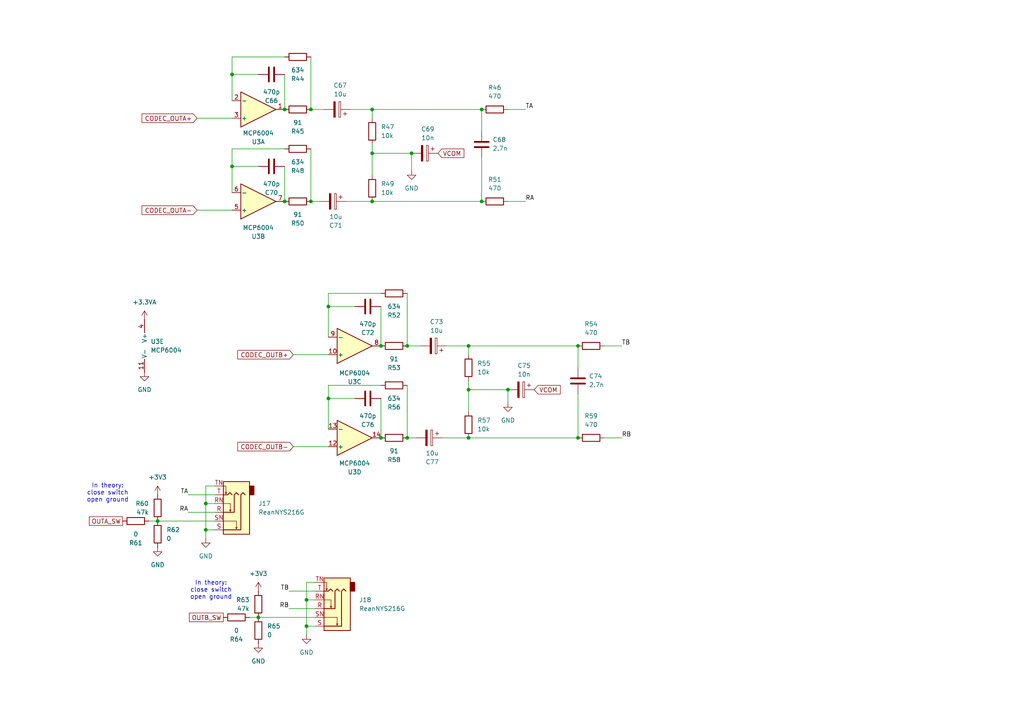
<source format=kicad_sch>
(kicad_sch (version 20250114) (generator "eeschema") (generator_version "9.0")
  (paper "A4")
  (lib_symbols
    (symbol "+3V3_1" (power) (pin_numbers (hide yes)) (pin_names (offset 0) (hide yes))
      (property "Value" "+3V3" (at 0 3.556 0))
      (symbol "+3V3_1_0_1"
        (polyline (pts (xy -0.762 1.27) (xy 0 2.54)))
        (polyline (pts (xy 0 2.54) (xy 0.762 1.27)))
        (polyline (pts (xy 0 0) (xy 0 2.54)))
      )
      (symbol "+3V3_1_1_1"
        (pin power_in line (at 0 0 90) (length 0) (name "~") (number "1"))
      )
    )
    (symbol "Amplifier_Operational:MCP6004" (pin_names (offset 0.127))
      (property "Reference" "U" (at 0 5.08 0))
      (property "Value" "MCP6004" (at 0 -5.08 0))
      (symbol "MCP6004_1_1"
        (polyline (pts (xy -5.08 5.08) (xy 5.08 0) (xy -5.08 -5.08) (xy -5.08 5.08)) (stroke (width 0.254)) (fill (type background)))
        (pin input line (at -7.62 2.54 0) (length 2.54) (name "+") (number "3"))
        (pin input line (at -7.62 -2.54 0) (length 2.54) (name "-") (number "2"))
        (pin output line (at 7.62 0 180) (length 2.54) (name "~") (number "1"))
      )
      (symbol "MCP6004_2_1"
        (polyline (pts (xy -5.08 5.08) (xy 5.08 0) (xy -5.08 -5.08) (xy -5.08 5.08)) (stroke (width 0.254)) (fill (type background)))
        (pin input line (at -7.62 2.54 0) (length 2.54) (name "+") (number "5"))
        (pin input line (at -7.62 -2.54 0) (length 2.54) (name "-") (number "6"))
        (pin output line (at 7.62 0 180) (length 2.54) (name "~") (number "7"))
      )
      (symbol "MCP6004_3_1"
        (polyline (pts (xy -5.08 5.08) (xy 5.08 0) (xy -5.08 -5.08) (xy -5.08 5.08)) (stroke (width 0.254)) (fill (type background)))
        (pin input line (at -7.62 2.54 0) (length 2.54) (name "+") (number "10"))
        (pin input line (at -7.62 -2.54 0) (length 2.54) (name "-") (number "9"))
        (pin output line (at 7.62 0 180) (length 2.54) (name "~") (number "8"))
      )
      (symbol "MCP6004_4_1"
        (polyline (pts (xy -5.08 5.08) (xy 5.08 0) (xy -5.08 -5.08) (xy -5.08 5.08)) (stroke (width 0.254)) (fill (type background)))
        (pin input line (at -7.62 2.54 0) (length 2.54) (name "+") (number "12"))
        (pin input line (at -7.62 -2.54 0) (length 2.54) (name "-") (number "13"))
        (pin output line (at 7.62 0 180) (length 2.54) (name "~") (number "14"))
      )
      (symbol "MCP6004_5_1"
        (pin power_in line (at -2.54 7.62 270) (length 3.81) (name "V+") (number "4"))
        (pin power_in line (at -2.54 -7.62 90) (length 3.81) (name "V-") (number "11"))
      )
    )
    (symbol "Connector_Audio:AudioJack3_Switch"
      (property "Reference" "J" (at 0 11.43 0))
      (property "Value" "AudioJack3_Switch" (at 0 8.89 0))
      (symbol "AudioJack3_Switch_0_1"
        (rectangle (start -5.08 -5.08) (end -6.35 -7.62) (stroke (width 0.254)) (fill (type outline)))
        (polyline (pts (xy -1.905 -5.08) (xy -1.27 -5.715) (xy -0.635 -5.08) (xy -0.635 0) (xy 2.54 0)) (stroke (width 0.254)))
        (polyline (pts (xy -1.27 4.826) (xy -1.016 4.318)))
        (polyline (pts (xy 0 -5.08) (xy 0.635 -5.715) (xy 1.27 -5.08) (xy 2.54 -5.08)) (stroke (width 0.254)))
        (polyline (pts (xy 0.508 -0.254) (xy 0.762 -0.762)))
        (polyline (pts (xy 1.778 -5.334) (xy 2.032 -5.842)))
        (rectangle (start 2.54 6.35) (end -5.08 -8.89) (stroke (width 0.254)) (fill (type background)))
        (polyline (pts (xy 2.54 5.08) (xy -2.54 5.08) (xy -2.54 -5.08) (xy -3.175 -5.715) (xy -3.81 -5.08)) (stroke (width 0.254)))
        (polyline (pts (xy 2.54 2.54) (xy -1.27 2.54) (xy -1.27 4.826) (xy -1.524 4.318)))
        (polyline (pts (xy 2.54 -2.54) (xy 0.508 -2.54) (xy 0.508 -0.254) (xy 0.254 -0.762)))
        (polyline (pts (xy 2.54 -7.62) (xy 1.778 -7.62) (xy 1.778 -5.334) (xy 1.524 -5.842)))
      )
      (symbol "AudioJack3_Switch_1_1"
        (pin passive line (at 5.08 5.08 180) (length 2.54) (name "~") (number "S"))
        (pin passive line (at 5.08 2.54 180) (length 2.54) (name "~") (number "SN"))
        (pin passive line (at 5.08 0 180) (length 2.54) (name "~") (number "R"))
        (pin passive line (at 5.08 -2.54 180) (length 2.54) (name "~") (number "RN"))
        (pin passive line (at 5.08 -5.08 180) (length 2.54) (name "~") (number "T"))
        (pin passive line (at 5.08 -7.62 180) (length 2.54) (name "~") (number "TN"))
      )
    )
    (symbol "Device:C" (pin_numbers (hide yes)) (pin_names (offset 0.254))
      (property "Reference" "C" (at 0.635 2.54 0))
      (property "Value" "C" (at 0.635 -2.54 0))
      (symbol "C_0_1"
        (polyline (pts (xy -2.032 0.762) (xy 2.032 0.762)) (stroke (width 0.508)))
        (polyline (pts (xy -2.032 -0.762) (xy 2.032 -0.762)) (stroke (width 0.508)))
      )
      (symbol "C_1_1"
        (pin passive line (at 0 3.81 270) (length 2.794) (name "~") (number "1"))
        (pin passive line (at 0 -3.81 90) (length 2.794) (name "~") (number "2"))
      )
    )
    (symbol "Device:C_Polarized" (pin_numbers (hide yes)) (pin_names (offset 0.254))
      (property "Reference" "C" (at 0.635 2.54 0))
      (property "Value" "C_Polarized" (at 0.635 -2.54 0))
      (symbol "C_Polarized_0_1"
        (rectangle (start -2.286 0.508) (end 2.286 1.016))
        (polyline (pts (xy -1.778 2.286) (xy -0.762 2.286)))
        (polyline (pts (xy -1.27 2.794) (xy -1.27 1.778)))
        (rectangle (start 2.286 -0.508) (end -2.286 -1.016) (fill (type outline)))
      )
      (symbol "C_Polarized_1_1"
        (pin passive line (at 0 3.81 270) (length 2.794) (name "~") (number "1"))
        (pin passive line (at 0 -3.81 90) (length 2.794) (name "~") (number "2"))
      )
    )
    (symbol "Device:R" (pin_numbers (hide yes)) (pin_names (offset 0))
      (property "Reference" "R" (at 2.032 0 90))
      (property "Value" "R" (at 0 0 90))
      (symbol "R_0_1"
        (rectangle (start -1.016 -2.54) (end 1.016 2.54) (stroke (width 0.254)))
      )
      (symbol "R_1_1"
        (pin passive line (at 0 3.81 270) (length 1.27) (name "~") (number "1"))
        (pin passive line (at 0 -3.81 90) (length 1.27) (name "~") (number "2"))
      )
    )
    (symbol "GND_1" (power) (pin_numbers (hide yes)) (pin_names (offset 0) (hide yes))
      (property "Value" "GND" (at 0 -3.81 0))
      (symbol "GND_1_0_1"
        (polyline (pts (xy 0 0) (xy 0 -1.27) (xy 1.27 -1.27) (xy 0 -2.54) (xy -1.27 -1.27) (xy 0 -1.27)))
      )
      (symbol "GND_1_1_1"
        (pin power_in line (at 0 0 270) (length 0) (name "~") (number "1"))
      )
    )
    (symbol "power:+3.3VA" (power) (pin_numbers (hide yes)) (pin_names (offset 0) (hide yes))
      (property "Value" "+3.3VA" (at 0 3.556 0))
      (symbol "+3.3VA_0_1"
        (polyline (pts (xy -0.762 1.27) (xy 0 2.54)))
        (polyline (pts (xy 0 2.54) (xy 0.762 1.27)))
        (polyline (pts (xy 0 0) (xy 0 2.54)))
      )
      (symbol "+3.3VA_1_1"
        (pin power_in line (at 0 0 90) (length 0) (name "~") (number "1"))
      )
    )
  )
  (text "In theory:\nclose switch\nopen ground" (at 61.214 171.196 0) (effects (font (size 1.27 1.27))))
  (text "In theory:\nclose switch\nopen ground" (at 31.242 143.002 0) (effects (font (size 1.27 1.27))))
  (junction (at 82.55 31.75))
  (junction (at 74.93 179.07))
  (junction (at 135.89 100.33))
  (junction (at 88.9 173.99))
  (junction (at 107.95 31.75))
  (junction (at 139.7 58.42))
  (junction (at 107.95 58.42))
  (junction (at 67.31 21.59))
  (junction (at 119.38 44.45))
  (junction (at 167.64 100.33))
  (junction (at 95.25 115.57))
  (junction (at 107.95 44.45))
  (junction (at 90.17 58.42))
  (junction (at 110.49 100.33))
  (junction (at 167.64 127))
  (junction (at 45.72 151.13))
  (junction (at 90.17 31.75))
  (junction (at 82.55 58.42))
  (junction (at 147.32 113.03))
  (junction (at 118.11 100.33))
  (junction (at 88.9 181.61))
  (junction (at 67.31 48.26))
  (junction (at 135.89 127))
  (junction (at 95.25 88.9))
  (junction (at 135.89 113.03))
  (junction (at 118.11 127))
  (junction (at 110.49 127))
  (junction (at 59.69 146.05))
  (junction (at 59.69 153.67))
  (junction (at 139.7 31.75))
  (wire (pts (xy 110.49 88.9) (xy 110.49 100.33)))
  (wire (pts (xy 88.9 181.61) (xy 91.44 181.61)))
  (wire (pts (xy 59.69 153.67) (xy 62.23 153.67)))
  (wire (pts (xy 59.69 156.21) (xy 59.69 153.67)))
  (wire (pts (xy 129.54 100.33) (xy 135.89 100.33)))
  (wire (pts (xy 74.93 179.07) (xy 72.39 179.07)))
  (wire (pts (xy 54.61 143.51) (xy 62.23 143.51)))
  (wire (pts (xy 95.25 88.9) (xy 95.25 97.79)))
  (wire (pts (xy 147.32 31.75) (xy 152.4 31.75)))
  (wire (pts (xy 59.69 140.97) (xy 59.69 146.05)))
  (wire (pts (xy 85.09 102.87) (xy 95.25 102.87)))
  (wire (pts (xy 85.09 129.54) (xy 95.25 129.54)))
  (wire (pts (xy 67.31 21.59) (xy 74.93 21.59)))
  (wire (pts (xy 82.55 21.59) (xy 82.55 31.75)))
  (wire (pts (xy 90.17 58.42) (xy 92.71 58.42)))
  (wire (pts (xy 82.55 43.18) (xy 67.31 43.18)))
  (wire (pts (xy 135.89 113.03) (xy 135.89 119.38)))
  (wire (pts (xy 135.89 100.33) (xy 167.64 100.33)))
  (wire (pts (xy 74.93 48.26) (xy 67.31 48.26)))
  (wire (pts (xy 67.31 16.51) (xy 67.31 21.59)))
  (wire (pts (xy 128.27 127) (xy 135.89 127)))
  (wire (pts (xy 67.31 48.26) (xy 67.31 55.88)))
  (wire (pts (xy 57.15 60.96) (xy 67.31 60.96)))
  (wire (pts (xy 107.95 44.45) (xy 107.95 41.91)))
  (wire (pts (xy 88.9 173.99) (xy 88.9 181.61)))
  (wire (pts (xy 147.32 58.42) (xy 152.4 58.42)))
  (wire (pts (xy 95.25 115.57) (xy 95.25 124.46)))
  (wire (pts (xy 107.95 44.45) (xy 119.38 44.45)))
  (wire (pts (xy 135.89 113.03) (xy 147.32 113.03)))
  (wire (pts (xy 91.44 168.91) (xy 88.9 168.91)))
  (wire (pts (xy 83.82 176.53) (xy 91.44 176.53)))
  (wire (pts (xy 107.95 31.75) (xy 139.7 31.75)))
  (wire (pts (xy 110.49 115.57) (xy 110.49 127)))
  (wire (pts (xy 45.72 151.13) (xy 62.23 151.13)))
  (wire (pts (xy 59.69 146.05) (xy 59.69 153.67)))
  (wire (pts (xy 83.82 171.45) (xy 91.44 171.45)))
  (wire (pts (xy 139.7 45.72) (xy 139.7 58.42)))
  (wire (pts (xy 102.87 115.57) (xy 95.25 115.57)))
  (wire (pts (xy 118.11 100.33) (xy 121.92 100.33)))
  (wire (pts (xy 90.17 16.51) (xy 90.17 31.75)))
  (wire (pts (xy 118.11 127) (xy 120.65 127)))
  (wire (pts (xy 110.49 111.76) (xy 95.25 111.76)))
  (wire (pts (xy 135.89 100.33) (xy 135.89 102.87)))
  (wire (pts (xy 59.69 146.05) (xy 62.23 146.05)))
  (wire (pts (xy 82.55 48.26) (xy 82.55 58.42)))
  (wire (pts (xy 118.11 85.09) (xy 118.11 100.33)))
  (wire (pts (xy 101.6 31.75) (xy 107.95 31.75)))
  (wire (pts (xy 119.38 49.53) (xy 119.38 44.45)))
  (wire (pts (xy 147.32 116.84) (xy 147.32 113.03)))
  (wire (pts (xy 135.89 113.03) (xy 135.89 110.49)))
  (wire (pts (xy 175.26 127) (xy 180.34 127)))
  (wire (pts (xy 100.33 58.42) (xy 107.95 58.42)))
  (wire (pts (xy 90.17 58.42) (xy 90.17 43.18)))
  (wire (pts (xy 54.61 148.59) (xy 62.23 148.59)))
  (wire (pts (xy 167.64 114.3) (xy 167.64 127)))
  (wire (pts (xy 107.95 31.75) (xy 107.95 34.29)))
  (wire (pts (xy 88.9 184.15) (xy 88.9 181.61)))
  (wire (pts (xy 88.9 173.99) (xy 91.44 173.99)))
  (wire (pts (xy 167.64 100.33) (xy 167.64 106.68)))
  (wire (pts (xy 67.31 21.59) (xy 67.31 29.21)))
  (wire (pts (xy 82.55 16.51) (xy 67.31 16.51)))
  (wire (pts (xy 62.23 140.97) (xy 59.69 140.97)))
  (wire (pts (xy 107.95 44.45) (xy 107.95 50.8)))
  (wire (pts (xy 118.11 127) (xy 118.11 111.76)))
  (wire (pts (xy 110.49 85.09) (xy 95.25 85.09)))
  (wire (pts (xy 175.26 100.33) (xy 180.34 100.33)))
  (wire (pts (xy 57.15 34.29) (xy 67.31 34.29)))
  (wire (pts (xy 135.89 127) (xy 167.64 127)))
  (wire (pts (xy 95.25 85.09) (xy 95.25 88.9)))
  (wire (pts (xy 45.72 151.13) (xy 43.18 151.13)))
  (wire (pts (xy 107.95 58.42) (xy 139.7 58.42)))
  (wire (pts (xy 67.31 43.18) (xy 67.31 48.26)))
  (wire (pts (xy 95.25 111.76) (xy 95.25 115.57)))
  (wire (pts (xy 95.25 88.9) (xy 102.87 88.9)))
  (wire (pts (xy 74.93 179.07) (xy 91.44 179.07)))
  (wire (pts (xy 88.9 168.91) (xy 88.9 173.99)))
  (wire (pts (xy 139.7 38.1) (xy 139.7 31.75)))
  (wire (pts (xy 90.17 31.75) (xy 93.98 31.75)))
  (label "RA" (at 152.4 58.42 0))
  (label "TB" (at 180.34 100.33 0))
  (label "TA" (at 152.4 31.75 0))
  (label "RB" (at 83.82 176.53 180))
  (label "TA" (at 54.61 143.51 180))
  (label "RB" (at 180.34 127 0))
  (label "TB" (at 83.82 171.45 180))
  (label "RA" (at 54.61 148.59 180))
  (global_label "CODEC_OUTA-" (shape input) (at 57.15 60.96 180) (property "Intersheetrefs" "${INTERSHEET_REFS}" (effects (hide yes))))
  (global_label "CODEC_OUTB+" (shape input) (at 85.09 102.87 180) (property "Intersheetrefs" "${INTERSHEET_REFS}" (effects (hide yes))))
  (global_label "CODEC_OUTB-" (shape input) (at 85.09 129.54 180) (property "Intersheetrefs" "${INTERSHEET_REFS}" (effects (hide yes))))
  (global_label "VCOM" (shape input) (at 154.94 113.03 0) (property "Intersheetrefs" "${INTERSHEET_REFS}" (effects (hide yes))))
  (global_label "OUTA_SW" (shape passive) (at 35.56 151.13 180) (property "Intersheetrefs" "${INTERSHEET_REFS}" (effects (hide yes))))
  (global_label "CODEC_OUTA+" (shape input) (at 57.15 34.29 180) (property "Intersheetrefs" "${INTERSHEET_REFS}" (effects (hide yes))))
  (global_label "VCOM" (shape input) (at 127 44.45 0) (property "Intersheetrefs" "${INTERSHEET_REFS}" (effects (hide yes))))
  (global_label "OUTB_SW" (shape passive) (at 64.77 179.07 180) (property "Intersheetrefs" "${INTERSHEET_REFS}" (effects (hide yes))))
  (symbol (lib_id "Device:C_Polarized") (at 97.79 31.75 270) (mirror x) (unit 1)
    (property "Reference" "C67" (at 98.679 24.765 90))
    (property "Value" "10u" (at 98.679 27.305 90))
    (property "Footprint" "Capacitor_SMD:C_0805_2012Metric_Pad1.18x1.45mm_HandSolder" (effects (hide yes)))
  )
  (symbol (lib_id "Device:C") (at 167.64 110.49 0) (unit 1)
    (property "Reference" "C74" (at 170.815 109.093 0) (effects (justify left)))
    (property "Value" "2.7n" (at 170.815 111.633 0) (effects (justify left)))
    (property "Footprint" "Capacitor_SMD:C_0603_1608Metric_Pad1.08x0.95mm_HandSolder" (effects (hide yes)))
  )
  (symbol (lib_id "Connector_Audio:AudioJack3_Switch") (at 96.52 176.53 180) (unit 1)
    (property "Reference" "J18" (at 104.14 173.9899 0) (effects (justify right)))
    (property "Value" "ReanNYS216G" (at 104.14 176.5299 0) (effects (justify right)))
    (property "Footprint" "library:NYS-216G" (effects (hide yes)))
  )
  (symbol (lib_id "Device:R") (at 86.36 58.42 90) (mirror x) (unit 1)
    (property "Reference" "R50" (at 86.36 64.77 90))
    (property "Value" "91" (at 86.36 62.23 90))
    (property "Footprint" "Resistor_SMD:R_0603_1608Metric_Pad0.98x0.95mm_HandSolder" (effects (hide yes)))
  )
  (symbol (lib_id "Device:C") (at 106.68 88.9 270) (mirror x) (unit 1)
    (property "Reference" "C72" (at 106.68 96.52 90))
    (property "Value" "470p" (at 106.68 93.98 90))
    (property "Footprint" "Capacitor_SMD:C_0603_1608Metric_Pad1.08x0.95mm_HandSolder" (effects (hide yes)))
  )
  (symbol (lib_id "Device:C_Polarized") (at 123.19 44.45 270) (unit 1)
    (property "Reference" "C69" (at 124.079 37.465 90))
    (property "Value" "10n" (at 124.079 40.005 90))
    (property "Footprint" "Capacitor_SMD:C_0603_1608Metric_Pad1.08x0.95mm_HandSolder" (effects (hide yes)))
  )
  (symbol (lib_id "Device:R") (at 143.51 58.42 90) (unit 1)
    (property "Reference" "R51" (at 143.51 52.07 90))
    (property "Value" "470" (at 143.51 54.61 90))
    (property "Footprint" "Resistor_SMD:R_0603_1608Metric_Pad0.98x0.95mm_HandSolder" (effects (hide yes)))
  )
  (symbol (lib_id "Device:C") (at 106.68 115.57 270) (mirror x) (unit 1)
    (property "Reference" "C76" (at 106.68 123.19 90))
    (property "Value" "470p" (at 106.68 120.65 90))
    (property "Footprint" "Capacitor_SMD:C_0603_1608Metric_Pad1.08x0.95mm_HandSolder" (effects (hide yes)))
  )
  (symbol (lib_id "Device:R") (at 107.95 38.1 0) (unit 1)
    (property "Reference" "R47" (at 110.49 36.83 0) (effects (justify left)))
    (property "Value" "10k" (at 110.49 39.37 0) (effects (justify left)))
    (property "Footprint" "Resistor_SMD:R_0603_1608Metric_Pad0.98x0.95mm_HandSolder" (effects (hide yes)))
  )
  (symbol (lib_id "Amplifier_Operational:MCP6004") (at 102.87 127 0) (mirror x) (unit 4)
    (property "Reference" "U3" (at 102.87 136.906 0))
    (property "Value" "MCP6004" (at 102.87 134.366 0))
    (property "Footprint" "Package_SO:TSSOP-14_4.4x5mm_P0.65mm" (effects (hide yes)))
    (property "Datasheet" "http://ww1.microchip.com/downloads/en/DeviceDoc/21733j.pdf" (effects (hide yes)))
  )
  (symbol (lib_id "Amplifier_Operational:MCP6004") (at 102.87 100.33 0) (mirror x) (unit 3)
    (property "Reference" "U3" (at 102.87 110.744 0))
    (property "Value" "MCP6004" (at 102.87 108.204 0))
    (property "Footprint" "Package_SO:TSSOP-14_4.4x5mm_P0.65mm" (effects (hide yes)))
    (property "Datasheet" "http://ww1.microchip.com/downloads/en/DeviceDoc/21733j.pdf" (effects (hide yes)))
  )
  (symbol (lib_id "Device:R") (at 171.45 100.33 90) (unit 1)
    (property "Reference" "R54" (at 171.45 93.98 90))
    (property "Value" "470" (at 171.45 96.52 90))
    (property "Footprint" "Resistor_SMD:R_0603_1608Metric_Pad0.98x0.95mm_HandSolder" (effects (hide yes)))
  )
  (symbol (lib_name "+3V3_1") (lib_id "power:+3V3") (at 74.93 171.45 0) (unit 1)
    (property "Reference" "#PWR0142" (effects (hide yes)))
    (property "Value" "+3V3" (at 74.93 166.37 0))
    (property "Description" "Power symbol creates a global label with name \"+3V3\"" (effects (hide yes)))
  )
  (symbol (lib_id "Device:R") (at 114.3 85.09 90) (mirror x) (unit 1)
    (property "Reference" "R52" (at 114.3 91.44 90))
    (property "Value" "634" (at 114.3 88.9 90))
    (property "Footprint" "Resistor_SMD:R_0603_1608Metric_Pad0.98x0.95mm_HandSolder" (effects (hide yes)))
  )
  (symbol (lib_id "Device:R") (at 45.72 154.94 0) (unit 1)
    (property "Reference" "R62" (at 48.26 153.6699 0) (effects (justify left)))
    (property "Value" "0" (at 48.26 156.2099 0) (effects (justify left)))
    (property "Footprint" "Resistor_SMD:R_0603_1608Metric_Pad0.98x0.95mm_HandSolder" (effects (hide yes)))
    (property "Description" "Resistor" (effects (hide yes)))
  )
  (symbol (lib_id "Device:R") (at 107.95 54.61 0) (unit 1)
    (property "Reference" "R49" (at 110.49 53.34 0) (effects (justify left)))
    (property "Value" "10k" (at 110.49 55.88 0) (effects (justify left)))
    (property "Footprint" "Resistor_SMD:R_0603_1608Metric_Pad0.98x0.95mm_HandSolder" (effects (hide yes)))
  )
  (symbol (lib_id "Device:C_Polarized") (at 124.46 127 270) (unit 1)
    (property "Reference" "C77" (at 125.349 133.985 90))
    (property "Value" "10u" (at 125.349 131.445 90))
    (property "Footprint" "Capacitor_SMD:C_0805_2012Metric_Pad1.18x1.45mm_HandSolder" (effects (hide yes)))
  )
  (symbol (lib_id "Device:R") (at 86.36 31.75 90) (mirror x) (unit 1)
    (property "Reference" "R45" (at 86.36 38.1 90))
    (property "Value" "91" (at 86.36 35.56 90))
    (property "Footprint" "Resistor_SMD:R_0603_1608Metric_Pad0.98x0.95mm_HandSolder" (effects (hide yes)))
  )
  (symbol (lib_name "GND_1") (lib_id "power:GND") (at 147.32 116.84 0) (unit 1)
    (property "Reference" "#PWR0138" (effects (hide yes)))
    (property "Value" "GND" (at 147.32 121.92 0))
    (property "Description" "Power symbol creates a global label with name \"GND\" , ground" (effects (hide yes)))
  )
  (symbol (lib_id "Device:C") (at 78.74 21.59 270) (mirror x) (unit 1)
    (property "Reference" "C66" (at 78.74 29.21 90))
    (property "Value" "470p" (at 78.74 26.67 90))
    (property "Footprint" "Capacitor_SMD:C_0603_1608Metric_Pad1.08x0.95mm_HandSolder" (effects (hide yes)))
  )
  (symbol (lib_id "Device:C") (at 78.74 48.26 270) (mirror x) (unit 1)
    (property "Reference" "C70" (at 78.74 55.88 90))
    (property "Value" "470p" (at 78.74 53.34 90))
    (property "Footprint" "Capacitor_SMD:C_0603_1608Metric_Pad1.08x0.95mm_HandSolder" (effects (hide yes)))
  )
  (symbol (lib_id "Amplifier_Operational:MCP6004") (at 74.93 58.42 0) (mirror x) (unit 2)
    (property "Reference" "U3" (at 74.93 68.58 0))
    (property "Value" "MCP6004" (at 74.93 66.04 0))
    (property "Footprint" "Package_SO:TSSOP-14_4.4x5mm_P0.65mm" (effects (hide yes)))
    (property "Datasheet" "http://ww1.microchip.com/downloads/en/DeviceDoc/21733j.pdf" (effects (hide yes)))
  )
  (symbol (lib_id "Device:R") (at 143.51 31.75 90) (unit 1)
    (property "Reference" "R46" (at 143.51 25.4 90))
    (property "Value" "470" (at 143.51 27.94 90))
    (property "Footprint" "Resistor_SMD:R_0603_1608Metric_Pad0.98x0.95mm_HandSolder" (effects (hide yes)))
  )
  (symbol (lib_name "+3V3_1") (lib_id "power:+3V3") (at 45.72 143.51 0) (unit 1)
    (property "Reference" "#PWR0139" (effects (hide yes)))
    (property "Value" "+3V3" (at 45.72 138.43 0))
    (property "Description" "Power symbol creates a global label with name \"+3V3\"" (effects (hide yes)))
  )
  (symbol (lib_id "Device:R") (at 135.89 106.68 0) (unit 1)
    (property "Reference" "R55" (at 138.43 105.41 0) (effects (justify left)))
    (property "Value" "10k" (at 138.43 107.95 0) (effects (justify left)))
    (property "Footprint" "Resistor_SMD:R_0603_1608Metric_Pad0.98x0.95mm_HandSolder" (effects (hide yes)))
  )
  (symbol (lib_id "Device:R") (at 114.3 100.33 90) (mirror x) (unit 1)
    (property "Reference" "R53" (at 114.3 106.68 90))
    (property "Value" "91" (at 114.3 104.14 90))
    (property "Footprint" "Resistor_SMD:R_0603_1608Metric_Pad0.98x0.95mm_HandSolder" (effects (hide yes)))
  )
  (symbol (lib_id "Device:R") (at 135.89 123.19 0) (unit 1)
    (property "Reference" "R57" (at 138.43 121.92 0) (effects (justify left)))
    (property "Value" "10k" (at 138.43 124.46 0) (effects (justify left)))
    (property "Footprint" "Resistor_SMD:R_0603_1608Metric_Pad0.98x0.95mm_HandSolder" (effects (hide yes)))
  )
  (symbol (lib_name "GND_1") (lib_id "power:GND") (at 88.9 184.15 0) (unit 1)
    (property "Reference" "#PWR0143" (effects (hide yes)))
    (property "Value" "GND" (at 88.9 189.23 0))
    (property "Description" "Power symbol creates a global label with name \"GND\" , ground" (effects (hide yes)))
  )
  (symbol (lib_id "Device:R") (at 114.3 127 90) (mirror x) (unit 1)
    (property "Reference" "R58" (at 114.3 133.35 90))
    (property "Value" "91" (at 114.3 130.81 90))
    (property "Footprint" "Resistor_SMD:R_0603_1608Metric_Pad0.98x0.95mm_HandSolder" (effects (hide yes)))
  )
  (symbol (lib_id "Device:C_Polarized") (at 151.13 113.03 270) (unit 1)
    (property "Reference" "C75" (at 152.019 106.045 90))
    (property "Value" "10n" (at 152.019 108.585 90))
    (property "Footprint" "Capacitor_SMD:C_0603_1608Metric_Pad1.08x0.95mm_HandSolder" (effects (hide yes)))
  )
  (symbol (lib_id "Device:R") (at 45.72 147.32 0) (mirror x) (unit 1)
    (property "Reference" "R60" (at 43.18 146.05 0) (effects (justify right)))
    (property "Value" "47k" (at 43.18 148.59 0) (effects (justify right)))
    (property "Footprint" "Resistor_SMD:R_0603_1608Metric_Pad0.98x0.95mm_HandSolder" (effects (hide yes)))
  )
  (symbol (lib_id "Device:R") (at 74.93 182.88 0) (unit 1)
    (property "Reference" "R65" (at 77.47 181.6099 0) (effects (justify left)))
    (property "Value" "0" (at 77.47 184.1499 0) (effects (justify left)))
    (property "Footprint" "Resistor_SMD:R_0603_1608Metric_Pad0.98x0.95mm_HandSolder" (effects (hide yes)))
    (property "Description" "Resistor" (effects (hide yes)))
  )
  (symbol (lib_id "Device:R") (at 114.3 111.76 90) (mirror x) (unit 1)
    (property "Reference" "R56" (at 114.3 118.11 90))
    (property "Value" "634" (at 114.3 115.57 90))
    (property "Footprint" "Resistor_SMD:R_0603_1608Metric_Pad0.98x0.95mm_HandSolder" (effects (hide yes)))
  )
  (symbol (lib_id "Device:R") (at 86.36 16.51 90) (mirror x) (unit 1)
    (property "Reference" "R44" (at 86.36 22.86 90))
    (property "Value" "634" (at 86.36 20.32 90))
    (property "Footprint" "Resistor_SMD:R_0603_1608Metric_Pad0.98x0.95mm_HandSolder" (effects (hide yes)))
  )
  (symbol (lib_name "GND_1") (lib_id "power:GND") (at 41.91 107.95 0) (unit 1)
    (property "Reference" "#PWR0137" (effects (hide yes)))
    (property "Value" "GND" (at 41.91 113.03 0))
    (property "Description" "Power symbol creates a global label with name \"GND\" , ground" (effects (hide yes)))
  )
  (symbol (lib_id "Device:R") (at 74.93 175.26 0) (mirror x) (unit 1)
    (property "Reference" "R63" (at 72.39 173.99 0) (effects (justify right)))
    (property "Value" "47k" (at 72.39 176.53 0) (effects (justify right)))
    (property "Footprint" "Resistor_SMD:R_0603_1608Metric_Pad0.98x0.95mm_HandSolder" (effects (hide yes)))
  )
  (symbol (lib_name "GND_1") (lib_id "power:GND") (at 119.38 49.53 0) (unit 1)
    (property "Reference" "#PWR0135" (effects (hide yes)))
    (property "Value" "GND" (at 119.38 54.61 0))
    (property "Description" "Power symbol creates a global label with name \"GND\" , ground" (effects (hide yes)))
  )
  (symbol (lib_id "Amplifier_Operational:MCP6004") (at 44.45 100.33 0) (unit 5)
    (property "Reference" "U3" (at 43.688 99.06 0) (effects (justify left)))
    (property "Value" "MCP6004" (at 43.688 101.6 0) (effects (justify left)))
    (property "Footprint" "Package_SO:TSSOP-14_4.4x5mm_P0.65mm" (effects (hide yes)))
    (property "Datasheet" "http://ww1.microchip.com/downloads/en/DeviceDoc/21733j.pdf" (effects (hide yes)))
  )
  (symbol (lib_name "GND_1") (lib_id "power:GND") (at 45.72 158.75 0) (unit 1)
    (property "Reference" "#PWR0141" (effects (hide yes)))
    (property "Value" "GND" (at 45.72 163.83 0))
    (property "Description" "Power symbol creates a global label with name \"GND\" , ground" (effects (hide yes)))
  )
  (symbol (lib_id "Device:C") (at 139.7 41.91 0) (unit 1)
    (property "Reference" "C68" (at 142.875 40.513 0) (effects (justify left)))
    (property "Value" "2.7n" (at 142.875 43.053 0) (effects (justify left)))
    (property "Footprint" "Capacitor_SMD:C_0603_1608Metric_Pad1.08x0.95mm_HandSolder" (effects (hide yes)))
  )
  (symbol (lib_id "Connector_Audio:AudioJack3_Switch") (at 67.31 148.59 180) (unit 1)
    (property "Reference" "J17" (at 74.93 146.05 0) (effects (justify right)))
    (property "Value" "ReanNYS216G" (at 74.93 148.59 0) (effects (justify right)))
    (property "Footprint" "library:NYS-216G" (effects (hide yes)))
  )
  (symbol (lib_id "Device:R") (at 39.37 151.13 270) (unit 1)
    (property "Reference" "R61" (at 39.37 157.48 90))
    (property "Value" "0" (at 39.37 154.94 90))
    (property "Footprint" "Resistor_SMD:R_0603_1608Metric_Pad0.98x0.95mm_HandSolder" (effects (hide yes)))
    (property "Description" "Resistor" (effects (hide yes)))
  )
  (symbol (lib_name "GND_1") (lib_id "power:GND") (at 74.93 186.69 0) (unit 1)
    (property "Reference" "#PWR0144" (effects (hide yes)))
    (property "Value" "GND" (at 74.93 191.77 0))
    (property "Description" "Power symbol creates a global label with name \"GND\" , ground" (effects (hide yes)))
  )
  (symbol (lib_id "Amplifier_Operational:MCP6004") (at 74.93 31.75 0) (mirror x) (unit 1)
    (property "Reference" "U3" (at 74.93 41.148 0))
    (property "Value" "MCP6004" (at 74.93 38.608 0))
    (property "Footprint" "Package_SO:TSSOP-14_4.4x5mm_P0.65mm" (effects (hide yes)))
    (property "Datasheet" "http://ww1.microchip.com/downloads/en/DeviceDoc/21733j.pdf" (effects (hide yes)))
  )
  (symbol (lib_id "Device:C_Polarized") (at 125.73 100.33 270) (mirror x) (unit 1)
    (property "Reference" "C73" (at 126.619 93.345 90))
    (property "Value" "10u" (at 126.619 95.885 90))
    (property "Footprint" "Capacitor_SMD:C_0805_2012Metric_Pad1.18x1.45mm_HandSolder" (effects (hide yes)))
  )
  (symbol (lib_id "power:+3.3VA") (at 41.91 92.71 0) (unit 1)
    (property "Reference" "#PWR0136" (effects (hide yes)))
    (property "Value" "+3.3VA" (at 41.91 87.63 0))
    (property "Description" "Power symbol creates a global label with name \"+3.3VA\"" (effects (hide yes)))
  )
  (symbol (lib_id "Device:C_Polarized") (at 96.52 58.42 270) (unit 1)
    (property "Reference" "C71" (at 97.409 65.405 90))
    (property "Value" "10u" (at 97.409 62.865 90))
    (property "Footprint" "Capacitor_SMD:C_0805_2012Metric_Pad1.18x1.45mm_HandSolder" (effects (hide yes)))
  )
  (symbol (lib_id "Device:R") (at 86.36 43.18 90) (mirror x) (unit 1)
    (property "Reference" "R48" (at 86.36 49.53 90))
    (property "Value" "634" (at 86.36 46.99 90))
    (property "Footprint" "Resistor_SMD:R_0603_1608Metric_Pad0.98x0.95mm_HandSolder" (effects (hide yes)))
  )
  (symbol (lib_name "GND_1") (lib_id "power:GND") (at 59.69 156.21 0) (unit 1)
    (property "Reference" "#PWR0140" (effects (hide yes)))
    (property "Value" "GND" (at 59.69 161.29 0))
    (property "Description" "Power symbol creates a global label with name \"GND\" , ground" (effects (hide yes)))
  )
  (symbol (lib_id "Device:R") (at 171.45 127 90) (unit 1)
    (property "Reference" "R59" (at 171.45 120.65 90))
    (property "Value" "470" (at 171.45 123.19 90))
    (property "Footprint" "Resistor_SMD:R_0603_1608Metric_Pad0.98x0.95mm_HandSolder" (effects (hide yes)))
  )
  (symbol (lib_id "Device:R") (at 68.58 179.07 270) (unit 1)
    (property "Reference" "R64" (at 68.58 185.42 90))
    (property "Value" "0" (at 68.58 182.88 90))
    (property "Footprint" "Resistor_SMD:R_0603_1608Metric_Pad0.98x0.95mm_HandSolder" (effects (hide yes)))
    (property "Description" "Resistor" (effects (hide yes)))
  )
)
</source>
